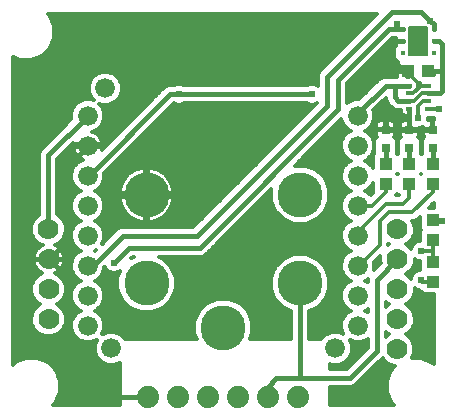
<source format=gtl>
G75*
%MOIN*%
%OFA0B0*%
%FSLAX25Y25*%
%IPPOS*%
%LPD*%
%AMOC8*
5,1,8,0,0,1.08239X$1,22.5*
%
%ADD10C,0.06600*%
%ADD11R,0.04331X0.03937*%
%ADD12C,0.07000*%
%ADD13C,0.15024*%
%ADD14C,0.07400*%
%ADD15R,0.01575X0.01575*%
%ADD16C,0.00500*%
%ADD17R,0.01969X0.01378*%
%ADD18R,0.03150X0.03150*%
%ADD19C,0.01600*%
%ADD20C,0.01200*%
%ADD21C,0.02387*%
D10*
X0031246Y0032771D03*
X0039002Y0025222D03*
X0031246Y0042771D03*
X0031246Y0052771D03*
X0031246Y0062771D03*
X0031246Y0072771D03*
X0031246Y0082771D03*
X0031246Y0092771D03*
X0031246Y0102771D03*
X0037033Y0111836D03*
X0121246Y0102771D03*
X0121246Y0092771D03*
X0121246Y0082771D03*
X0121246Y0072771D03*
X0121246Y0062771D03*
X0121246Y0052771D03*
X0121246Y0042771D03*
X0121246Y0032771D03*
X0113805Y0025222D03*
D11*
X0146285Y0047466D03*
X0146285Y0054159D03*
X0146285Y0061246D03*
X0146285Y0067939D03*
X0146285Y0079946D03*
X0146285Y0086639D03*
X0138411Y0086639D03*
X0138411Y0079946D03*
X0130537Y0079946D03*
X0130537Y0086639D03*
X0138017Y0117742D03*
X0144710Y0117742D03*
D12*
X0134474Y0064868D03*
X0134474Y0054907D03*
X0134474Y0044907D03*
X0134474Y0034868D03*
X0134435Y0024868D03*
X0018175Y0034868D03*
X0018175Y0044907D03*
X0018175Y0054868D03*
X0018135Y0064907D03*
D13*
X0050813Y0076403D03*
X0050813Y0046876D03*
X0076403Y0032112D03*
X0101994Y0046876D03*
X0101994Y0076403D03*
D14*
X0101403Y0009021D03*
X0091403Y0009021D03*
X0081403Y0009021D03*
X0071403Y0009021D03*
X0061403Y0009021D03*
X0051403Y0009021D03*
D15*
X0136246Y0123647D03*
X0136246Y0127584D03*
X0136246Y0131521D03*
X0146482Y0131521D03*
X0146482Y0127584D03*
X0146482Y0123647D03*
D16*
X0144317Y0123798D02*
X0138411Y0123798D01*
X0138411Y0124296D02*
X0144317Y0124296D01*
X0144317Y0124795D02*
X0138411Y0124795D01*
X0138411Y0125293D02*
X0144317Y0125293D01*
X0144317Y0125792D02*
X0138411Y0125792D01*
X0138411Y0126290D02*
X0144317Y0126290D01*
X0144317Y0126789D02*
X0138411Y0126789D01*
X0138411Y0127287D02*
X0144317Y0127287D01*
X0144317Y0127786D02*
X0138411Y0127786D01*
X0138411Y0128284D02*
X0144317Y0128284D01*
X0144317Y0128783D02*
X0138411Y0128783D01*
X0138411Y0129281D02*
X0144317Y0129281D01*
X0144317Y0129780D02*
X0138411Y0129780D01*
X0138411Y0130278D02*
X0144317Y0130278D01*
X0144317Y0130777D02*
X0138411Y0130777D01*
X0138411Y0131275D02*
X0144317Y0131275D01*
X0144317Y0131774D02*
X0138411Y0131774D01*
X0138411Y0132272D02*
X0144317Y0132272D01*
X0144317Y0132309D02*
X0138411Y0132309D01*
X0138411Y0122860D01*
X0144317Y0122860D01*
X0144317Y0132309D01*
X0144317Y0123299D02*
X0138411Y0123299D01*
D17*
X0138214Y0112722D03*
X0138214Y0110163D03*
X0138214Y0107604D03*
X0138214Y0105045D03*
X0144513Y0105045D03*
X0144513Y0107604D03*
X0144513Y0110163D03*
X0144513Y0112722D03*
D18*
X0146285Y0098057D03*
X0146285Y0092151D03*
X0138411Y0092151D03*
X0138411Y0098057D03*
X0130537Y0098057D03*
X0130537Y0092151D03*
D19*
X0130537Y0086639D01*
X0138411Y0086639D02*
X0138411Y0092151D01*
X0138411Y0098057D02*
X0130537Y0098057D01*
X0130537Y0103962D01*
X0129553Y0104946D01*
X0133490Y0108883D02*
X0133490Y0112468D01*
X0133138Y0112820D01*
X0138116Y0112820D01*
X0138214Y0112722D01*
X0138017Y0117742D02*
X0136443Y0117742D01*
X0133490Y0120694D01*
X0131521Y0120694D01*
X0131488Y0120662D01*
X0126561Y0120662D01*
X0131521Y0120694D02*
X0131521Y0124631D01*
X0134474Y0127584D01*
X0136246Y0127584D01*
X0136246Y0131521D02*
X0134474Y0131521D01*
X0134169Y0131521D02*
X0134474Y0131826D01*
X0134169Y0131521D02*
X0131521Y0131521D01*
X0114789Y0114789D01*
X0114789Y0104946D01*
X0068529Y0058687D01*
X0044907Y0058687D01*
X0039986Y0053765D01*
X0033086Y0052771D02*
X0042939Y0062624D01*
X0067545Y0062624D01*
X0110852Y0105931D01*
X0110852Y0115773D01*
X0132506Y0137427D01*
X0142348Y0137427D01*
X0145301Y0134474D01*
X0146482Y0133293D01*
X0146482Y0131521D01*
X0146482Y0127584D02*
X0148254Y0127584D01*
X0149238Y0126600D01*
X0149238Y0117742D01*
X0149238Y0110852D01*
X0148549Y0110163D01*
X0144513Y0110163D01*
X0138214Y0107604D02*
X0134769Y0107604D01*
X0133490Y0108883D01*
X0133138Y0112820D02*
X0130537Y0112820D01*
X0121246Y0103529D01*
X0121246Y0102771D01*
X0121039Y0102978D01*
X0105931Y0109868D02*
X0061639Y0109868D01*
X0058687Y0109868D01*
X0031590Y0082771D01*
X0025222Y0086748D02*
X0031246Y0092771D01*
X0025222Y0086748D02*
X0025222Y0061639D01*
X0018450Y0054868D01*
X0018175Y0054868D01*
X0025222Y0047820D01*
X0025222Y0018332D01*
X0034533Y0009021D01*
X0051403Y0009021D01*
X0091167Y0009257D02*
X0091403Y0009021D01*
X0091167Y0009257D02*
X0091167Y0012427D01*
X0094120Y0015380D01*
X0101994Y0015380D01*
X0101994Y0046876D01*
X0127584Y0048017D02*
X0127584Y0024238D01*
X0118726Y0015380D01*
X0101994Y0015380D01*
X0127584Y0048017D02*
X0134474Y0054907D01*
X0146285Y0086639D02*
X0146285Y0092151D01*
X0146285Y0098057D02*
X0138411Y0098057D01*
X0138411Y0104848D01*
X0138214Y0105045D01*
X0146146Y0116618D02*
X0145022Y0117742D01*
X0144710Y0117742D01*
X0145301Y0117742D02*
X0149238Y0117742D01*
X0146146Y0116618D02*
X0145301Y0117742D01*
X0033086Y0052771D02*
X0031246Y0052771D01*
X0018135Y0064907D02*
X0018135Y0089661D01*
X0031246Y0102771D01*
D20*
X0020529Y0007196D02*
X0019533Y0006200D01*
X0041954Y0006200D01*
X0041954Y0020492D01*
X0040096Y0019722D01*
X0037908Y0019722D01*
X0035886Y0020559D01*
X0034339Y0022107D01*
X0033502Y0024128D01*
X0033502Y0026316D01*
X0034220Y0028050D01*
X0032340Y0027271D01*
X0030152Y0027271D01*
X0028130Y0028109D01*
X0026583Y0029656D01*
X0025746Y0031677D01*
X0025746Y0033865D01*
X0026583Y0035887D01*
X0028130Y0037434D01*
X0028945Y0037771D01*
X0028130Y0038109D01*
X0026583Y0039656D01*
X0025746Y0041677D01*
X0025746Y0043865D01*
X0026583Y0045887D01*
X0028130Y0047434D01*
X0028945Y0047771D01*
X0028130Y0048109D01*
X0026583Y0049656D01*
X0025746Y0051677D01*
X0025746Y0053865D01*
X0026583Y0055887D01*
X0028130Y0057434D01*
X0028945Y0057771D01*
X0028130Y0058109D01*
X0026583Y0059656D01*
X0025746Y0061677D01*
X0025746Y0063865D01*
X0026583Y0065887D01*
X0028130Y0067434D01*
X0028945Y0067771D01*
X0028130Y0068109D01*
X0026583Y0069656D01*
X0025746Y0071677D01*
X0025746Y0073865D01*
X0026583Y0075887D01*
X0028130Y0077434D01*
X0028945Y0077771D01*
X0028130Y0078109D01*
X0026583Y0079656D01*
X0025746Y0081677D01*
X0025746Y0083865D01*
X0026583Y0085887D01*
X0028130Y0087434D01*
X0029750Y0088105D01*
X0029365Y0088230D01*
X0028677Y0088580D01*
X0028054Y0089034D01*
X0027508Y0089579D01*
X0027055Y0090203D01*
X0026705Y0090890D01*
X0026466Y0091624D01*
X0026348Y0092371D01*
X0030846Y0092371D01*
X0030846Y0093171D01*
X0026348Y0093171D01*
X0026434Y0093717D01*
X0021135Y0088418D01*
X0021135Y0069834D01*
X0021364Y0069739D01*
X0022968Y0068136D01*
X0023835Y0066041D01*
X0023835Y0063773D01*
X0022968Y0061678D01*
X0021364Y0060075D01*
X0020164Y0059578D01*
X0020848Y0059230D01*
X0021497Y0058758D01*
X0022065Y0058190D01*
X0022537Y0057541D01*
X0022901Y0056825D01*
X0023149Y0056062D01*
X0023275Y0055269D01*
X0023275Y0055154D01*
X0018461Y0055154D01*
X0018461Y0054582D01*
X0023275Y0054582D01*
X0023275Y0054466D01*
X0023149Y0053673D01*
X0022901Y0052910D01*
X0022537Y0052195D01*
X0022065Y0051545D01*
X0021497Y0050978D01*
X0020848Y0050506D01*
X0020267Y0050210D01*
X0021404Y0049739D01*
X0023007Y0048136D01*
X0023875Y0046041D01*
X0023875Y0043773D01*
X0023007Y0041678D01*
X0021404Y0040075D01*
X0020951Y0039887D01*
X0021404Y0039700D01*
X0023007Y0038097D01*
X0023875Y0036002D01*
X0023875Y0033734D01*
X0023007Y0031639D01*
X0021404Y0030035D01*
X0019309Y0029168D01*
X0017041Y0029168D01*
X0014946Y0030035D01*
X0013343Y0031639D01*
X0012475Y0033734D01*
X0012475Y0036002D01*
X0013343Y0038097D01*
X0014946Y0039700D01*
X0015399Y0039887D01*
X0014946Y0040075D01*
X0013343Y0041678D01*
X0012475Y0043773D01*
X0012475Y0046041D01*
X0013343Y0048136D01*
X0014946Y0049739D01*
X0016082Y0050210D01*
X0015502Y0050506D01*
X0014852Y0050978D01*
X0014285Y0051545D01*
X0013813Y0052195D01*
X0013448Y0052910D01*
X0013200Y0053673D01*
X0013075Y0054466D01*
X0013075Y0054582D01*
X0017889Y0054582D01*
X0017889Y0055154D01*
X0013075Y0055154D01*
X0013075Y0055269D01*
X0013200Y0056062D01*
X0013448Y0056825D01*
X0013813Y0057541D01*
X0014285Y0058190D01*
X0014852Y0058758D01*
X0015502Y0059230D01*
X0016150Y0059560D01*
X0014907Y0060075D01*
X0013303Y0061678D01*
X0012435Y0063773D01*
X0012435Y0066041D01*
X0013303Y0068136D01*
X0014907Y0069739D01*
X0015135Y0069834D01*
X0015135Y0090258D01*
X0015592Y0091360D01*
X0025794Y0101562D01*
X0025746Y0101677D01*
X0025746Y0103865D01*
X0026583Y0105887D01*
X0028130Y0107434D01*
X0030152Y0108271D01*
X0032340Y0108271D01*
X0033159Y0107932D01*
X0032370Y0108721D01*
X0031533Y0110742D01*
X0031533Y0112930D01*
X0032370Y0114952D01*
X0033918Y0116499D01*
X0035939Y0117336D01*
X0038127Y0117336D01*
X0040149Y0116499D01*
X0041696Y0114952D01*
X0042533Y0112930D01*
X0042533Y0110742D01*
X0041696Y0108721D01*
X0040149Y0107174D01*
X0038127Y0106336D01*
X0035939Y0106336D01*
X0035119Y0106676D01*
X0035908Y0105887D01*
X0036746Y0103865D01*
X0036746Y0101677D01*
X0035908Y0099656D01*
X0034361Y0098109D01*
X0032741Y0097438D01*
X0033127Y0097312D01*
X0033814Y0096962D01*
X0034438Y0096509D01*
X0034983Y0095963D01*
X0035437Y0095339D01*
X0035787Y0094652D01*
X0036025Y0093919D01*
X0036143Y0093171D01*
X0031646Y0093171D01*
X0031646Y0092371D01*
X0036143Y0092371D01*
X0036025Y0091624D01*
X0035941Y0091364D01*
X0056143Y0111567D01*
X0056143Y0111567D01*
X0056987Y0112411D01*
X0058090Y0112868D01*
X0060014Y0112868D01*
X0060964Y0113261D01*
X0062314Y0113261D01*
X0063265Y0112868D01*
X0104305Y0112868D01*
X0105256Y0113261D01*
X0106606Y0113261D01*
X0107852Y0112745D01*
X0107852Y0116370D01*
X0108309Y0117473D01*
X0127600Y0136764D01*
X0017895Y0136764D01*
X0018579Y0136080D01*
X0020028Y0132580D01*
X0020028Y0128793D01*
X0018579Y0125293D01*
X0015901Y0122615D01*
X0012401Y0121165D01*
X0008613Y0121165D01*
X0006200Y0122165D01*
X0006200Y0019797D01*
X0007064Y0020661D01*
X0010564Y0022111D01*
X0014351Y0022111D01*
X0017851Y0020661D01*
X0020529Y0017983D01*
X0021979Y0014483D01*
X0021979Y0010695D01*
X0020529Y0007196D01*
X0020599Y0007365D02*
X0041954Y0007365D01*
X0041954Y0008563D02*
X0021096Y0008563D01*
X0021592Y0009762D02*
X0041954Y0009762D01*
X0041954Y0010960D02*
X0021979Y0010960D01*
X0021979Y0012159D02*
X0041954Y0012159D01*
X0041954Y0013358D02*
X0021979Y0013358D01*
X0021949Y0014556D02*
X0041954Y0014556D01*
X0041954Y0015755D02*
X0021452Y0015755D01*
X0020956Y0016953D02*
X0041954Y0016953D01*
X0041954Y0018152D02*
X0020360Y0018152D01*
X0019162Y0019350D02*
X0041954Y0019350D01*
X0035912Y0020549D02*
X0017963Y0020549D01*
X0015229Y0021747D02*
X0034698Y0021747D01*
X0033991Y0022946D02*
X0006200Y0022946D01*
X0006200Y0024144D02*
X0033502Y0024144D01*
X0033502Y0025343D02*
X0006200Y0025343D01*
X0006200Y0026541D02*
X0033595Y0026541D01*
X0033470Y0027740D02*
X0034091Y0027740D01*
X0036027Y0029943D02*
X0036746Y0031677D01*
X0036746Y0033865D01*
X0035908Y0035887D01*
X0034361Y0037434D01*
X0033547Y0037771D01*
X0034361Y0038109D01*
X0035908Y0039656D01*
X0036746Y0041677D01*
X0036746Y0043865D01*
X0035908Y0045887D01*
X0034361Y0047434D01*
X0033547Y0047771D01*
X0034361Y0048109D01*
X0035908Y0049656D01*
X0036746Y0051677D01*
X0036746Y0052188D01*
X0036901Y0052344D01*
X0037109Y0051843D01*
X0038063Y0050888D01*
X0039311Y0050372D01*
X0040661Y0050372D01*
X0041908Y0050888D01*
X0042001Y0050981D01*
X0041101Y0048807D01*
X0041101Y0044944D01*
X0042579Y0041374D01*
X0045311Y0038642D01*
X0048881Y0037164D01*
X0052744Y0037164D01*
X0056314Y0038642D01*
X0059046Y0041374D01*
X0060524Y0044944D01*
X0060524Y0048807D01*
X0059046Y0052377D01*
X0056314Y0055109D01*
X0054919Y0055687D01*
X0069126Y0055687D01*
X0070228Y0056143D01*
X0092282Y0078197D01*
X0092282Y0074471D01*
X0093760Y0070902D01*
X0096492Y0068170D01*
X0100062Y0066691D01*
X0103925Y0066691D01*
X0107495Y0068170D01*
X0110227Y0070902D01*
X0111705Y0074471D01*
X0111705Y0078335D01*
X0110227Y0081904D01*
X0107495Y0084636D01*
X0103925Y0086115D01*
X0100200Y0086115D01*
X0115751Y0101665D01*
X0116583Y0099656D01*
X0118130Y0098109D01*
X0118945Y0097771D01*
X0118130Y0097434D01*
X0116583Y0095887D01*
X0115746Y0093865D01*
X0115746Y0091677D01*
X0116583Y0089656D01*
X0118130Y0088109D01*
X0118945Y0087771D01*
X0118130Y0087434D01*
X0116583Y0085887D01*
X0115746Y0083865D01*
X0115746Y0081677D01*
X0116583Y0079656D01*
X0118130Y0078109D01*
X0118945Y0077771D01*
X0118130Y0077434D01*
X0116583Y0075887D01*
X0115746Y0073865D01*
X0115746Y0071677D01*
X0116583Y0069656D01*
X0118130Y0068109D01*
X0118945Y0067771D01*
X0118130Y0067434D01*
X0116583Y0065887D01*
X0115746Y0063865D01*
X0115746Y0061677D01*
X0116583Y0059656D01*
X0118130Y0058109D01*
X0118945Y0057771D01*
X0118130Y0057434D01*
X0116583Y0055887D01*
X0115746Y0053865D01*
X0115746Y0051677D01*
X0116583Y0049656D01*
X0118130Y0048109D01*
X0118945Y0047771D01*
X0118130Y0047434D01*
X0116583Y0045887D01*
X0115746Y0043865D01*
X0115746Y0041677D01*
X0116583Y0039656D01*
X0118130Y0038109D01*
X0118945Y0037771D01*
X0118130Y0037434D01*
X0116583Y0035887D01*
X0115746Y0033865D01*
X0115746Y0031677D01*
X0116399Y0030101D01*
X0114899Y0030722D01*
X0112711Y0030722D01*
X0110689Y0029885D01*
X0109142Y0028338D01*
X0109075Y0028175D01*
X0104994Y0028175D01*
X0104994Y0037606D01*
X0107495Y0038642D01*
X0110227Y0041374D01*
X0111705Y0044944D01*
X0111705Y0048807D01*
X0110227Y0052377D01*
X0107495Y0055109D01*
X0103925Y0056587D01*
X0100062Y0056587D01*
X0096492Y0055109D01*
X0093760Y0052377D01*
X0092282Y0048807D01*
X0092282Y0044944D01*
X0093760Y0041374D01*
X0096492Y0038642D01*
X0098994Y0037606D01*
X0098994Y0028175D01*
X0085284Y0028175D01*
X0086115Y0030180D01*
X0086115Y0034044D01*
X0084636Y0037613D01*
X0081904Y0040345D01*
X0078335Y0041824D01*
X0074471Y0041824D01*
X0070902Y0040345D01*
X0068170Y0037613D01*
X0066691Y0034044D01*
X0066691Y0030180D01*
X0067522Y0028175D01*
X0043732Y0028175D01*
X0043664Y0028338D01*
X0042117Y0029885D01*
X0040096Y0030722D01*
X0037908Y0030722D01*
X0036027Y0029943D01*
X0036108Y0030137D02*
X0036494Y0030137D01*
X0036604Y0031335D02*
X0066691Y0031335D01*
X0066709Y0030137D02*
X0041509Y0030137D01*
X0043064Y0028938D02*
X0067206Y0028938D01*
X0066691Y0032534D02*
X0036746Y0032534D01*
X0036746Y0033732D02*
X0066691Y0033732D01*
X0067059Y0034931D02*
X0036304Y0034931D01*
X0035666Y0036129D02*
X0067555Y0036129D01*
X0068052Y0037328D02*
X0053140Y0037328D01*
X0056034Y0038526D02*
X0069083Y0038526D01*
X0070282Y0039725D02*
X0057396Y0039725D01*
X0058595Y0040923D02*
X0072298Y0040923D01*
X0080509Y0040923D02*
X0094211Y0040923D01*
X0093451Y0042122D02*
X0059355Y0042122D01*
X0059852Y0043320D02*
X0092954Y0043320D01*
X0092458Y0044519D02*
X0060348Y0044519D01*
X0060524Y0045717D02*
X0092282Y0045717D01*
X0092282Y0046916D02*
X0060524Y0046916D01*
X0060524Y0048114D02*
X0092282Y0048114D01*
X0092491Y0049313D02*
X0060315Y0049313D01*
X0059819Y0050511D02*
X0092988Y0050511D01*
X0093484Y0051710D02*
X0059322Y0051710D01*
X0058514Y0052908D02*
X0094292Y0052908D01*
X0095490Y0054107D02*
X0057316Y0054107D01*
X0055839Y0055305D02*
X0096967Y0055305D01*
X0099860Y0056504D02*
X0070589Y0056504D01*
X0071788Y0057702D02*
X0118778Y0057702D01*
X0117338Y0058901D02*
X0072986Y0058901D01*
X0074185Y0060099D02*
X0116399Y0060099D01*
X0115903Y0061298D02*
X0075383Y0061298D01*
X0076582Y0062496D02*
X0115746Y0062496D01*
X0115746Y0063695D02*
X0077780Y0063695D01*
X0078979Y0064893D02*
X0116172Y0064893D01*
X0116788Y0066092D02*
X0080177Y0066092D01*
X0081376Y0067291D02*
X0098615Y0067291D01*
X0096173Y0068489D02*
X0082574Y0068489D01*
X0083773Y0069688D02*
X0094975Y0069688D01*
X0093776Y0070886D02*
X0084971Y0070886D01*
X0086170Y0072085D02*
X0093271Y0072085D01*
X0092774Y0073283D02*
X0087368Y0073283D01*
X0088567Y0074482D02*
X0092282Y0074482D01*
X0092282Y0075680D02*
X0089765Y0075680D01*
X0090964Y0076879D02*
X0092282Y0076879D01*
X0092282Y0078077D02*
X0092162Y0078077D01*
X0085947Y0085268D02*
X0052933Y0085268D01*
X0052594Y0085359D02*
X0051413Y0085515D01*
X0051413Y0077003D01*
X0059924Y0077003D01*
X0059768Y0078185D01*
X0059459Y0079338D01*
X0059002Y0080442D01*
X0058405Y0081476D01*
X0057678Y0082424D01*
X0056833Y0083268D01*
X0055886Y0083996D01*
X0054851Y0084593D01*
X0053748Y0085050D01*
X0052594Y0085359D01*
X0051413Y0085268D02*
X0050213Y0085268D01*
X0050213Y0085515D02*
X0049031Y0085359D01*
X0047877Y0085050D01*
X0046774Y0084593D01*
X0045739Y0083996D01*
X0044792Y0083268D01*
X0043947Y0082424D01*
X0043220Y0081476D01*
X0042623Y0080442D01*
X0042166Y0079338D01*
X0041857Y0078185D01*
X0041701Y0077003D01*
X0050213Y0077003D01*
X0050213Y0085515D01*
X0050213Y0084070D02*
X0051413Y0084070D01*
X0051413Y0082871D02*
X0050213Y0082871D01*
X0050213Y0081673D02*
X0051413Y0081673D01*
X0051413Y0080474D02*
X0050213Y0080474D01*
X0050213Y0079276D02*
X0051413Y0079276D01*
X0051413Y0078077D02*
X0050213Y0078077D01*
X0050213Y0077003D02*
X0051413Y0077003D01*
X0051413Y0075803D01*
X0059924Y0075803D01*
X0059768Y0074622D01*
X0059459Y0073468D01*
X0059002Y0072364D01*
X0058405Y0071330D01*
X0057678Y0070382D01*
X0056833Y0069538D01*
X0055886Y0068811D01*
X0054851Y0068213D01*
X0053748Y0067756D01*
X0052594Y0067447D01*
X0051413Y0067292D01*
X0051413Y0075803D01*
X0050213Y0075803D01*
X0050213Y0067292D01*
X0049031Y0067447D01*
X0047877Y0067756D01*
X0046774Y0068213D01*
X0045739Y0068811D01*
X0044792Y0069538D01*
X0043947Y0070382D01*
X0043220Y0071330D01*
X0042623Y0072364D01*
X0042166Y0073468D01*
X0041857Y0074622D01*
X0041701Y0075803D01*
X0050213Y0075803D01*
X0050213Y0077003D01*
X0050213Y0076879D02*
X0034916Y0076879D01*
X0034361Y0077434D02*
X0035908Y0075887D01*
X0036746Y0073865D01*
X0036746Y0071677D01*
X0035908Y0069656D01*
X0034361Y0068109D01*
X0033547Y0067771D01*
X0034361Y0067434D01*
X0035908Y0065887D01*
X0036746Y0063865D01*
X0036746Y0061677D01*
X0036036Y0059963D01*
X0040395Y0064323D01*
X0041239Y0065167D01*
X0042342Y0065624D01*
X0066302Y0065624D01*
X0107539Y0106861D01*
X0106606Y0106474D01*
X0105256Y0106474D01*
X0104305Y0106868D01*
X0063265Y0106868D01*
X0062314Y0106474D01*
X0060964Y0106474D01*
X0060014Y0106868D01*
X0059929Y0106868D01*
X0036746Y0083684D01*
X0036746Y0081677D01*
X0035908Y0079656D01*
X0034361Y0078109D01*
X0033547Y0077771D01*
X0034361Y0077434D01*
X0034285Y0078077D02*
X0041843Y0078077D01*
X0042149Y0079276D02*
X0035528Y0079276D01*
X0036247Y0080474D02*
X0042642Y0080474D01*
X0043371Y0081673D02*
X0036744Y0081673D01*
X0036746Y0082871D02*
X0044395Y0082871D01*
X0045868Y0084070D02*
X0037131Y0084070D01*
X0038330Y0085268D02*
X0048692Y0085268D01*
X0043124Y0090062D02*
X0090741Y0090062D01*
X0089542Y0088864D02*
X0041925Y0088864D01*
X0040727Y0087665D02*
X0088344Y0087665D01*
X0087145Y0086467D02*
X0039528Y0086467D01*
X0037036Y0092459D02*
X0031646Y0092459D01*
X0030846Y0092459D02*
X0025176Y0092459D01*
X0023978Y0091261D02*
X0026584Y0091261D01*
X0027157Y0090062D02*
X0022779Y0090062D01*
X0021581Y0088864D02*
X0028288Y0088864D01*
X0028689Y0087665D02*
X0021135Y0087665D01*
X0021135Y0086467D02*
X0027163Y0086467D01*
X0026327Y0085268D02*
X0021135Y0085268D01*
X0021135Y0084070D02*
X0025830Y0084070D01*
X0025746Y0082871D02*
X0021135Y0082871D01*
X0021135Y0081673D02*
X0025748Y0081673D01*
X0026244Y0080474D02*
X0021135Y0080474D01*
X0021135Y0079276D02*
X0026963Y0079276D01*
X0028206Y0078077D02*
X0021135Y0078077D01*
X0021135Y0076879D02*
X0027575Y0076879D01*
X0026497Y0075680D02*
X0021135Y0075680D01*
X0021135Y0074482D02*
X0026001Y0074482D01*
X0025746Y0073283D02*
X0021135Y0073283D01*
X0021135Y0072085D02*
X0025746Y0072085D01*
X0026073Y0070886D02*
X0021135Y0070886D01*
X0021416Y0069688D02*
X0026570Y0069688D01*
X0027750Y0068489D02*
X0022615Y0068489D01*
X0023318Y0067291D02*
X0027987Y0067291D01*
X0026788Y0066092D02*
X0023814Y0066092D01*
X0023835Y0064893D02*
X0026172Y0064893D01*
X0025746Y0063695D02*
X0023803Y0063695D01*
X0023307Y0062496D02*
X0025746Y0062496D01*
X0025903Y0061298D02*
X0022587Y0061298D01*
X0021389Y0060099D02*
X0026399Y0060099D01*
X0027338Y0058901D02*
X0021300Y0058901D01*
X0022419Y0057702D02*
X0028778Y0057702D01*
X0027200Y0056504D02*
X0023006Y0056504D01*
X0023269Y0055305D02*
X0026342Y0055305D01*
X0025846Y0054107D02*
X0023218Y0054107D01*
X0022900Y0052908D02*
X0025746Y0052908D01*
X0025746Y0051710D02*
X0022184Y0051710D01*
X0020855Y0050511D02*
X0026229Y0050511D01*
X0026926Y0049313D02*
X0021830Y0049313D01*
X0023016Y0048114D02*
X0028124Y0048114D01*
X0027612Y0046916D02*
X0023512Y0046916D01*
X0023875Y0045717D02*
X0026513Y0045717D01*
X0026016Y0044519D02*
X0023875Y0044519D01*
X0023687Y0043320D02*
X0025746Y0043320D01*
X0025746Y0042122D02*
X0023191Y0042122D01*
X0022252Y0040923D02*
X0026058Y0040923D01*
X0026554Y0039725D02*
X0021344Y0039725D01*
X0022577Y0038526D02*
X0027713Y0038526D01*
X0028024Y0037328D02*
X0023325Y0037328D01*
X0023822Y0036129D02*
X0026825Y0036129D01*
X0026187Y0034931D02*
X0023875Y0034931D01*
X0023874Y0033732D02*
X0025746Y0033732D01*
X0025746Y0032534D02*
X0023378Y0032534D01*
X0022703Y0031335D02*
X0025887Y0031335D01*
X0026384Y0030137D02*
X0021505Y0030137D01*
X0027301Y0028938D02*
X0006200Y0028938D01*
X0006200Y0027740D02*
X0029021Y0027740D01*
X0034467Y0037328D02*
X0048485Y0037328D01*
X0045591Y0038526D02*
X0034779Y0038526D01*
X0035937Y0039725D02*
X0044229Y0039725D01*
X0043030Y0040923D02*
X0036433Y0040923D01*
X0036746Y0042122D02*
X0042270Y0042122D01*
X0041773Y0043320D02*
X0036746Y0043320D01*
X0036475Y0044519D02*
X0041277Y0044519D01*
X0041101Y0045717D02*
X0035979Y0045717D01*
X0034879Y0046916D02*
X0041101Y0046916D01*
X0041101Y0048114D02*
X0034367Y0048114D01*
X0035565Y0049313D02*
X0041310Y0049313D01*
X0040998Y0050511D02*
X0041807Y0050511D01*
X0038973Y0050511D02*
X0036263Y0050511D01*
X0036746Y0051710D02*
X0037242Y0051710D01*
X0033757Y0057684D02*
X0033547Y0057771D01*
X0034053Y0057981D01*
X0033757Y0057684D01*
X0033775Y0057702D02*
X0033713Y0057702D01*
X0036092Y0060099D02*
X0036172Y0060099D01*
X0036589Y0061298D02*
X0037370Y0061298D01*
X0036746Y0062496D02*
X0038569Y0062496D01*
X0039767Y0063695D02*
X0036746Y0063695D01*
X0036320Y0064893D02*
X0040966Y0064893D01*
X0035703Y0066092D02*
X0066771Y0066092D01*
X0067969Y0067291D02*
X0034505Y0067291D01*
X0034742Y0068489D02*
X0046297Y0068489D01*
X0044642Y0069688D02*
X0035921Y0069688D01*
X0036418Y0070886D02*
X0043561Y0070886D01*
X0042785Y0072085D02*
X0036746Y0072085D01*
X0036746Y0073283D02*
X0042242Y0073283D01*
X0041894Y0074482D02*
X0036490Y0074482D01*
X0035994Y0075680D02*
X0041717Y0075680D01*
X0050213Y0075680D02*
X0051413Y0075680D01*
X0051413Y0074482D02*
X0050213Y0074482D01*
X0050213Y0073283D02*
X0051413Y0073283D01*
X0051413Y0072085D02*
X0050213Y0072085D01*
X0050213Y0070886D02*
X0051413Y0070886D01*
X0051413Y0069688D02*
X0050213Y0069688D01*
X0050213Y0068489D02*
X0051413Y0068489D01*
X0055329Y0068489D02*
X0069168Y0068489D01*
X0070366Y0069688D02*
X0056983Y0069688D01*
X0058064Y0070886D02*
X0071565Y0070886D01*
X0072763Y0072085D02*
X0058841Y0072085D01*
X0059383Y0073283D02*
X0073962Y0073283D01*
X0075160Y0074482D02*
X0059731Y0074482D01*
X0059908Y0075680D02*
X0076359Y0075680D01*
X0077557Y0076879D02*
X0051413Y0076879D01*
X0057231Y0082871D02*
X0083550Y0082871D01*
X0084748Y0084070D02*
X0055757Y0084070D01*
X0058254Y0081673D02*
X0082351Y0081673D01*
X0081153Y0080474D02*
X0058984Y0080474D01*
X0059476Y0079276D02*
X0079954Y0079276D01*
X0078756Y0078077D02*
X0059783Y0078077D01*
X0044322Y0091261D02*
X0091939Y0091261D01*
X0093138Y0092459D02*
X0045521Y0092459D01*
X0046719Y0093658D02*
X0094336Y0093658D01*
X0095535Y0094856D02*
X0047918Y0094856D01*
X0049116Y0096055D02*
X0096733Y0096055D01*
X0097932Y0097253D02*
X0050315Y0097253D01*
X0051513Y0098452D02*
X0099130Y0098452D01*
X0100329Y0099650D02*
X0052712Y0099650D01*
X0053910Y0100849D02*
X0101527Y0100849D01*
X0102726Y0102047D02*
X0055109Y0102047D01*
X0056307Y0103246D02*
X0103924Y0103246D01*
X0105123Y0104444D02*
X0057506Y0104444D01*
X0058704Y0105643D02*
X0106322Y0105643D01*
X0107493Y0106841D02*
X0107520Y0106841D01*
X0104369Y0106841D02*
X0063201Y0106841D01*
X0060077Y0106841D02*
X0059903Y0106841D01*
X0056212Y0111635D02*
X0042533Y0111635D01*
X0042533Y0112834D02*
X0058008Y0112834D01*
X0055013Y0110437D02*
X0042407Y0110437D01*
X0041910Y0109238D02*
X0053815Y0109238D01*
X0052616Y0108040D02*
X0041015Y0108040D01*
X0039347Y0106841D02*
X0051418Y0106841D01*
X0050219Y0105643D02*
X0036009Y0105643D01*
X0036506Y0104444D02*
X0049021Y0104444D01*
X0047822Y0103246D02*
X0036746Y0103246D01*
X0036746Y0102047D02*
X0046624Y0102047D01*
X0045425Y0100849D02*
X0036403Y0100849D01*
X0035903Y0099650D02*
X0044227Y0099650D01*
X0043028Y0098452D02*
X0034704Y0098452D01*
X0033242Y0097253D02*
X0041830Y0097253D01*
X0040631Y0096055D02*
X0034892Y0096055D01*
X0035683Y0094856D02*
X0039433Y0094856D01*
X0038234Y0093658D02*
X0036066Y0093658D01*
X0026425Y0093658D02*
X0026375Y0093658D01*
X0022684Y0098452D02*
X0006200Y0098452D01*
X0006200Y0099650D02*
X0023882Y0099650D01*
X0025081Y0100849D02*
X0006200Y0100849D01*
X0006200Y0102047D02*
X0025746Y0102047D01*
X0025746Y0103246D02*
X0006200Y0103246D01*
X0006200Y0104444D02*
X0025986Y0104444D01*
X0026482Y0105643D02*
X0006200Y0105643D01*
X0006200Y0106841D02*
X0027538Y0106841D01*
X0029593Y0108040D02*
X0006200Y0108040D01*
X0006200Y0109238D02*
X0032156Y0109238D01*
X0031660Y0110437D02*
X0006200Y0110437D01*
X0006200Y0111635D02*
X0031533Y0111635D01*
X0031533Y0112834D02*
X0006200Y0112834D01*
X0006200Y0114032D02*
X0031990Y0114032D01*
X0032650Y0115231D02*
X0006200Y0115231D01*
X0006200Y0116429D02*
X0033848Y0116429D01*
X0040218Y0116429D02*
X0107877Y0116429D01*
X0107852Y0115231D02*
X0041416Y0115231D01*
X0042077Y0114032D02*
X0107852Y0114032D01*
X0107852Y0112834D02*
X0107638Y0112834D01*
X0108464Y0117628D02*
X0006200Y0117628D01*
X0006200Y0118827D02*
X0109663Y0118827D01*
X0110861Y0120025D02*
X0006200Y0120025D01*
X0006200Y0121224D02*
X0008472Y0121224D01*
X0012542Y0121224D02*
X0112060Y0121224D01*
X0113258Y0122422D02*
X0015435Y0122422D01*
X0016906Y0123621D02*
X0114457Y0123621D01*
X0115655Y0124819D02*
X0018105Y0124819D01*
X0018879Y0126018D02*
X0116854Y0126018D01*
X0118052Y0127216D02*
X0019375Y0127216D01*
X0019872Y0128415D02*
X0119251Y0128415D01*
X0120449Y0129613D02*
X0020028Y0129613D01*
X0020028Y0130812D02*
X0121648Y0130812D01*
X0122846Y0132010D02*
X0020028Y0132010D01*
X0019768Y0133209D02*
X0124045Y0133209D01*
X0125243Y0134407D02*
X0019272Y0134407D01*
X0018775Y0135606D02*
X0126442Y0135606D01*
X0132764Y0128521D02*
X0133858Y0128521D01*
X0133858Y0127584D01*
X0133858Y0126586D01*
X0133967Y0126179D01*
X0134013Y0126100D01*
X0133258Y0125346D01*
X0133258Y0121949D01*
X0134547Y0120660D01*
X0134553Y0120660D01*
X0134361Y0120328D01*
X0134252Y0119921D01*
X0134252Y0118126D01*
X0137633Y0118126D01*
X0137633Y0117357D01*
X0137633Y0115820D01*
X0138402Y0115820D01*
X0138402Y0117357D01*
X0137633Y0117357D01*
X0134252Y0117357D01*
X0134252Y0115820D01*
X0129940Y0115820D01*
X0128838Y0115364D01*
X0127994Y0114520D01*
X0121745Y0108271D01*
X0120152Y0108271D01*
X0118130Y0107434D01*
X0117789Y0107093D01*
X0117789Y0113546D01*
X0132764Y0128521D01*
X0132657Y0128415D02*
X0133858Y0128415D01*
X0133858Y0127584D02*
X0135961Y0127584D01*
X0133858Y0127584D01*
X0133858Y0127216D02*
X0131459Y0127216D01*
X0130260Y0126018D02*
X0133930Y0126018D01*
X0133258Y0124819D02*
X0129062Y0124819D01*
X0127863Y0123621D02*
X0133258Y0123621D01*
X0133258Y0122422D02*
X0126665Y0122422D01*
X0125466Y0121224D02*
X0133983Y0121224D01*
X0134280Y0120025D02*
X0124268Y0120025D01*
X0123069Y0118827D02*
X0134252Y0118827D01*
X0134252Y0116429D02*
X0120672Y0116429D01*
X0119474Y0115231D02*
X0128705Y0115231D01*
X0127506Y0114032D02*
X0118275Y0114032D01*
X0117789Y0112834D02*
X0126308Y0112834D01*
X0125109Y0111635D02*
X0117789Y0111635D01*
X0117789Y0110437D02*
X0123911Y0110437D01*
X0122712Y0109238D02*
X0117789Y0109238D01*
X0117789Y0108040D02*
X0119593Y0108040D01*
X0126476Y0104517D02*
X0130490Y0108531D01*
X0130490Y0108287D01*
X0130946Y0107184D01*
X0131790Y0106340D01*
X0133070Y0105061D01*
X0134173Y0104604D01*
X0135630Y0104604D01*
X0135630Y0104145D01*
X0135739Y0103738D01*
X0135950Y0103373D01*
X0136247Y0103076D01*
X0136612Y0102865D01*
X0137019Y0102756D01*
X0138006Y0102756D01*
X0137970Y0102669D01*
X0137970Y0101319D01*
X0138006Y0101231D01*
X0136626Y0101231D01*
X0136219Y0101122D01*
X0135854Y0100912D01*
X0135556Y0100614D01*
X0135345Y0100249D01*
X0135236Y0099842D01*
X0135236Y0098244D01*
X0138224Y0098244D01*
X0138224Y0097869D01*
X0135236Y0097869D01*
X0135236Y0096271D01*
X0135345Y0095864D01*
X0135535Y0095536D01*
X0134636Y0094637D01*
X0134636Y0090110D01*
X0134474Y0089947D01*
X0134312Y0090110D01*
X0134312Y0094637D01*
X0133413Y0095536D01*
X0133603Y0095864D01*
X0133712Y0096271D01*
X0133712Y0097869D01*
X0130724Y0097869D01*
X0130724Y0098244D01*
X0130350Y0098244D01*
X0130350Y0101231D01*
X0128752Y0101231D01*
X0128345Y0101122D01*
X0127980Y0100912D01*
X0127682Y0100614D01*
X0127471Y0100249D01*
X0127362Y0099842D01*
X0127362Y0098244D01*
X0130350Y0098244D01*
X0130350Y0097869D01*
X0127362Y0097869D01*
X0127362Y0096271D01*
X0127471Y0095864D01*
X0127661Y0095536D01*
X0126762Y0094637D01*
X0126762Y0090110D01*
X0126172Y0089519D01*
X0126172Y0085251D01*
X0125908Y0085887D01*
X0124361Y0087434D01*
X0123547Y0087771D01*
X0124361Y0088109D01*
X0125908Y0089656D01*
X0126746Y0091677D01*
X0126746Y0093865D01*
X0125908Y0095887D01*
X0124361Y0097434D01*
X0123547Y0097771D01*
X0124361Y0098109D01*
X0125908Y0099656D01*
X0126746Y0101677D01*
X0126746Y0103865D01*
X0126476Y0104517D01*
X0126506Y0104444D02*
X0135630Y0104444D01*
X0136077Y0103246D02*
X0126746Y0103246D01*
X0126746Y0102047D02*
X0137970Y0102047D01*
X0135791Y0100849D02*
X0133157Y0100849D01*
X0133094Y0100912D02*
X0132729Y0101122D01*
X0132322Y0101231D01*
X0130724Y0101231D01*
X0130724Y0098244D01*
X0133712Y0098244D01*
X0133712Y0099842D01*
X0133603Y0100249D01*
X0133392Y0100614D01*
X0133094Y0100912D01*
X0133712Y0099650D02*
X0135236Y0099650D01*
X0135236Y0098452D02*
X0133712Y0098452D01*
X0133712Y0097253D02*
X0135236Y0097253D01*
X0135294Y0096055D02*
X0133654Y0096055D01*
X0134093Y0094856D02*
X0134855Y0094856D01*
X0134636Y0093658D02*
X0134312Y0093658D01*
X0134312Y0092459D02*
X0134636Y0092459D01*
X0134636Y0091261D02*
X0134312Y0091261D01*
X0134359Y0090062D02*
X0134589Y0090062D01*
X0142186Y0090110D02*
X0142186Y0094637D01*
X0141287Y0095536D01*
X0141477Y0095864D01*
X0141586Y0096271D01*
X0141586Y0097869D01*
X0138598Y0097869D01*
X0138598Y0098244D01*
X0141586Y0098244D01*
X0141586Y0098600D01*
X0142039Y0098600D01*
X0143110Y0099044D01*
X0143110Y0098244D01*
X0146098Y0098244D01*
X0146098Y0101231D01*
X0144721Y0101231D01*
X0144757Y0101319D01*
X0144757Y0102146D01*
X0146254Y0102146D01*
X0146331Y0102069D01*
X0146606Y0101955D01*
X0146606Y0101231D01*
X0146472Y0101231D01*
X0146472Y0098244D01*
X0146098Y0098244D01*
X0146098Y0097869D01*
X0143110Y0097869D01*
X0143110Y0096271D01*
X0143219Y0095864D01*
X0143409Y0095536D01*
X0142510Y0094637D01*
X0142510Y0090110D01*
X0142348Y0089947D01*
X0142186Y0090110D01*
X0142233Y0090062D02*
X0142463Y0090062D01*
X0142510Y0091261D02*
X0142186Y0091261D01*
X0142186Y0092459D02*
X0142510Y0092459D01*
X0142510Y0093658D02*
X0142186Y0093658D01*
X0141967Y0094856D02*
X0142729Y0094856D01*
X0143168Y0096055D02*
X0141528Y0096055D01*
X0141586Y0097253D02*
X0143110Y0097253D01*
X0143110Y0098452D02*
X0141586Y0098452D01*
X0141364Y0101994D02*
X0141364Y0105931D01*
X0143037Y0107604D01*
X0144513Y0107604D01*
X0144513Y0110163D02*
X0142643Y0110163D01*
X0140084Y0107604D01*
X0138214Y0107604D01*
X0138214Y0110163D02*
X0139691Y0110163D01*
X0142232Y0112704D01*
X0138017Y0116919D01*
X0138017Y0117742D01*
X0137633Y0117628D02*
X0121871Y0117628D01*
X0129999Y0108040D02*
X0130592Y0108040D01*
X0131289Y0106841D02*
X0128801Y0106841D01*
X0127602Y0105643D02*
X0132488Y0105643D01*
X0130724Y0100849D02*
X0130350Y0100849D01*
X0130350Y0099650D02*
X0130724Y0099650D01*
X0130724Y0098452D02*
X0130350Y0098452D01*
X0127362Y0098452D02*
X0124704Y0098452D01*
X0124542Y0097253D02*
X0127362Y0097253D01*
X0127420Y0096055D02*
X0125740Y0096055D01*
X0126335Y0094856D02*
X0126981Y0094856D01*
X0126762Y0093658D02*
X0126746Y0093658D01*
X0126746Y0092459D02*
X0126762Y0092459D01*
X0126762Y0091261D02*
X0126573Y0091261D01*
X0126715Y0090062D02*
X0126077Y0090062D01*
X0126172Y0088864D02*
X0125116Y0088864D01*
X0126172Y0087665D02*
X0123803Y0087665D01*
X0125328Y0086467D02*
X0126172Y0086467D01*
X0126165Y0085268D02*
X0126172Y0085268D01*
X0126172Y0080291D02*
X0126172Y0077067D01*
X0126214Y0077024D01*
X0125492Y0076303D01*
X0124361Y0077434D01*
X0123547Y0077771D01*
X0124361Y0078109D01*
X0125908Y0079656D01*
X0126172Y0080291D01*
X0126172Y0079276D02*
X0125528Y0079276D01*
X0126172Y0078077D02*
X0124285Y0078077D01*
X0124916Y0076879D02*
X0126068Y0076879D01*
X0125921Y0072771D02*
X0121246Y0072771D01*
X0125921Y0072771D02*
X0130537Y0077387D01*
X0130537Y0079946D01*
X0134086Y0076250D02*
X0134474Y0076638D01*
X0134862Y0076250D01*
X0134086Y0076250D01*
X0136443Y0073450D02*
X0130537Y0073450D01*
X0121246Y0064159D01*
X0121246Y0062771D01*
X0117987Y0067291D02*
X0105372Y0067291D01*
X0107814Y0068489D02*
X0117750Y0068489D01*
X0116570Y0069688D02*
X0109013Y0069688D01*
X0110211Y0070886D02*
X0116073Y0070886D01*
X0115746Y0072085D02*
X0110717Y0072085D01*
X0111213Y0073283D02*
X0115746Y0073283D01*
X0116001Y0074482D02*
X0111705Y0074482D01*
X0111705Y0075680D02*
X0116497Y0075680D01*
X0117575Y0076879D02*
X0111705Y0076879D01*
X0111705Y0078077D02*
X0118206Y0078077D01*
X0116963Y0079276D02*
X0111316Y0079276D01*
X0110819Y0080474D02*
X0116244Y0080474D01*
X0115748Y0081673D02*
X0110323Y0081673D01*
X0109260Y0082871D02*
X0115746Y0082871D01*
X0115830Y0084070D02*
X0108062Y0084070D01*
X0105970Y0085268D02*
X0116327Y0085268D01*
X0117163Y0086467D02*
X0100552Y0086467D01*
X0101750Y0087665D02*
X0118689Y0087665D01*
X0117375Y0088864D02*
X0102949Y0088864D01*
X0104147Y0090062D02*
X0116415Y0090062D01*
X0115918Y0091261D02*
X0105346Y0091261D01*
X0106544Y0092459D02*
X0115746Y0092459D01*
X0115746Y0093658D02*
X0107743Y0093658D01*
X0108941Y0094856D02*
X0116156Y0094856D01*
X0116751Y0096055D02*
X0110140Y0096055D01*
X0111338Y0097253D02*
X0117950Y0097253D01*
X0117787Y0098452D02*
X0112537Y0098452D01*
X0113735Y0099650D02*
X0116588Y0099650D01*
X0116089Y0100849D02*
X0114934Y0100849D01*
X0125903Y0099650D02*
X0127362Y0099650D01*
X0127917Y0100849D02*
X0126403Y0100849D01*
X0141398Y0112678D02*
X0141398Y0113808D01*
X0141634Y0113573D01*
X0141929Y0113573D01*
X0141929Y0112898D01*
X0141398Y0112678D01*
X0141398Y0112834D02*
X0141775Y0112834D01*
X0142232Y0112704D02*
X0142250Y0112722D01*
X0144513Y0112722D01*
X0138402Y0116429D02*
X0137633Y0116429D01*
X0135961Y0127584D02*
X0135961Y0127584D01*
X0134474Y0131521D02*
X0134474Y0131826D01*
X0134474Y0133490D01*
X0145301Y0134474D02*
X0145313Y0134486D01*
X0144513Y0105045D02*
X0144612Y0104946D01*
X0148254Y0104946D01*
X0146384Y0102047D02*
X0144757Y0102047D01*
X0146098Y0100849D02*
X0146472Y0100849D01*
X0146472Y0099650D02*
X0146098Y0099650D01*
X0146098Y0098452D02*
X0146472Y0098452D01*
X0142348Y0083331D02*
X0142310Y0083293D01*
X0142348Y0083255D01*
X0142386Y0083293D01*
X0142348Y0083331D01*
X0146285Y0079946D02*
X0146285Y0077387D01*
X0139395Y0070498D01*
X0131521Y0070498D01*
X0128569Y0067545D01*
X0128569Y0059671D01*
X0121669Y0052771D01*
X0121246Y0052771D01*
X0115746Y0052908D02*
X0109695Y0052908D01*
X0110503Y0051710D02*
X0115746Y0051710D01*
X0116229Y0050511D02*
X0111000Y0050511D01*
X0111496Y0049313D02*
X0116926Y0049313D01*
X0118124Y0048114D02*
X0111705Y0048114D01*
X0111705Y0046916D02*
X0117612Y0046916D01*
X0116513Y0045717D02*
X0111705Y0045717D01*
X0111529Y0044519D02*
X0116016Y0044519D01*
X0115746Y0043320D02*
X0111033Y0043320D01*
X0110537Y0042122D02*
X0115746Y0042122D01*
X0116058Y0040923D02*
X0109776Y0040923D01*
X0108577Y0039725D02*
X0116554Y0039725D01*
X0117713Y0038526D02*
X0107215Y0038526D01*
X0104994Y0037328D02*
X0118024Y0037328D01*
X0116825Y0036129D02*
X0104994Y0036129D01*
X0104994Y0034931D02*
X0116187Y0034931D01*
X0115746Y0033732D02*
X0104994Y0033732D01*
X0104994Y0032534D02*
X0115746Y0032534D01*
X0115887Y0031335D02*
X0104994Y0031335D01*
X0104994Y0030137D02*
X0111298Y0030137D01*
X0109743Y0028938D02*
X0104994Y0028938D01*
X0098994Y0028938D02*
X0085601Y0028938D01*
X0086097Y0030137D02*
X0098994Y0030137D01*
X0098994Y0031335D02*
X0086115Y0031335D01*
X0086115Y0032534D02*
X0098994Y0032534D01*
X0098994Y0033732D02*
X0086115Y0033732D01*
X0085748Y0034931D02*
X0098994Y0034931D01*
X0098994Y0036129D02*
X0085251Y0036129D01*
X0084755Y0037328D02*
X0098994Y0037328D01*
X0096773Y0038526D02*
X0083723Y0038526D01*
X0082525Y0039725D02*
X0095410Y0039725D01*
X0108497Y0054107D02*
X0115846Y0054107D01*
X0116342Y0055305D02*
X0107020Y0055305D01*
X0104127Y0056504D02*
X0117200Y0056504D01*
X0126739Y0053882D02*
X0128774Y0055917D01*
X0128774Y0053773D01*
X0128869Y0053544D01*
X0126565Y0051240D01*
X0126746Y0051677D01*
X0126746Y0053865D01*
X0126739Y0053882D01*
X0126964Y0054107D02*
X0128774Y0054107D01*
X0128774Y0055305D02*
X0128163Y0055305D01*
X0128233Y0052908D02*
X0126746Y0052908D01*
X0126746Y0051710D02*
X0127034Y0051710D01*
X0124584Y0048332D02*
X0124584Y0047211D01*
X0124361Y0047434D01*
X0123547Y0047771D01*
X0124361Y0048109D01*
X0124584Y0048332D01*
X0124584Y0048114D02*
X0124367Y0048114D01*
X0130584Y0040736D02*
X0131245Y0040075D01*
X0131698Y0039887D01*
X0131245Y0039700D01*
X0130584Y0039039D01*
X0130584Y0040736D01*
X0130584Y0039725D02*
X0131305Y0039725D01*
X0137250Y0039887D02*
X0137703Y0040075D01*
X0139306Y0041678D01*
X0140174Y0043773D01*
X0140174Y0045234D01*
X0140426Y0044983D01*
X0141673Y0044466D01*
X0142040Y0044466D01*
X0143208Y0043298D01*
X0146606Y0043298D01*
X0146606Y0019858D01*
X0145804Y0020661D01*
X0142304Y0022111D01*
X0139462Y0022111D01*
X0140135Y0023734D01*
X0140135Y0026002D01*
X0139267Y0028097D01*
X0137663Y0029700D01*
X0137278Y0029860D01*
X0137703Y0030035D01*
X0139306Y0031639D01*
X0140174Y0033734D01*
X0140174Y0036002D01*
X0139306Y0038097D01*
X0137703Y0039700D01*
X0137250Y0039887D01*
X0137643Y0039725D02*
X0146606Y0039725D01*
X0146606Y0040923D02*
X0138551Y0040923D01*
X0139490Y0042122D02*
X0146606Y0042122D01*
X0146606Y0038526D02*
X0138877Y0038526D01*
X0139625Y0037328D02*
X0146606Y0037328D01*
X0146606Y0036129D02*
X0140121Y0036129D01*
X0140174Y0034931D02*
X0146606Y0034931D01*
X0146606Y0033732D02*
X0140173Y0033732D01*
X0139677Y0032534D02*
X0146606Y0032534D01*
X0146606Y0031335D02*
X0139002Y0031335D01*
X0137804Y0030137D02*
X0146606Y0030137D01*
X0146606Y0028938D02*
X0138425Y0028938D01*
X0139415Y0027740D02*
X0146606Y0027740D01*
X0146606Y0026541D02*
X0139911Y0026541D01*
X0140135Y0025343D02*
X0146606Y0025343D01*
X0146606Y0024144D02*
X0140135Y0024144D01*
X0139808Y0022946D02*
X0146606Y0022946D01*
X0146606Y0021747D02*
X0143182Y0021747D01*
X0145916Y0020549D02*
X0146606Y0020549D01*
X0133524Y0019168D02*
X0132339Y0017983D01*
X0130889Y0014483D01*
X0130889Y0010695D01*
X0132339Y0007196D01*
X0133335Y0006200D01*
X0111836Y0006200D01*
X0111836Y0012380D01*
X0119323Y0012380D01*
X0120425Y0012836D01*
X0129284Y0021695D01*
X0129493Y0021904D01*
X0129602Y0021639D01*
X0131206Y0020035D01*
X0133301Y0019168D01*
X0133524Y0019168D01*
X0132861Y0019350D02*
X0126939Y0019350D01*
X0125741Y0018152D02*
X0132507Y0018152D01*
X0131912Y0016953D02*
X0124542Y0016953D01*
X0123344Y0015755D02*
X0131416Y0015755D01*
X0130919Y0014556D02*
X0122145Y0014556D01*
X0120947Y0013358D02*
X0130889Y0013358D01*
X0130889Y0012159D02*
X0111836Y0012159D01*
X0111836Y0010960D02*
X0130889Y0010960D01*
X0131276Y0009762D02*
X0111836Y0009762D01*
X0111836Y0008563D02*
X0131772Y0008563D01*
X0132269Y0007365D02*
X0111836Y0007365D01*
X0111836Y0018380D02*
X0111836Y0020084D01*
X0112711Y0019722D01*
X0114899Y0019722D01*
X0116920Y0020559D01*
X0118467Y0022107D01*
X0119305Y0024128D01*
X0119305Y0026316D01*
X0118652Y0027893D01*
X0120152Y0027271D01*
X0122340Y0027271D01*
X0124361Y0028109D01*
X0124584Y0028332D01*
X0124584Y0025480D01*
X0117483Y0018380D01*
X0111836Y0018380D01*
X0111836Y0019350D02*
X0118454Y0019350D01*
X0119652Y0020549D02*
X0116894Y0020549D01*
X0118108Y0021747D02*
X0120851Y0021747D01*
X0122049Y0022946D02*
X0118815Y0022946D01*
X0119305Y0024144D02*
X0123248Y0024144D01*
X0124446Y0025343D02*
X0119305Y0025343D01*
X0119211Y0026541D02*
X0124584Y0026541D01*
X0124584Y0027740D02*
X0123470Y0027740D01*
X0119021Y0027740D02*
X0118715Y0027740D01*
X0116384Y0030137D02*
X0116312Y0030137D01*
X0123547Y0037771D02*
X0124361Y0038109D01*
X0124584Y0038332D01*
X0124584Y0037211D01*
X0124361Y0037434D01*
X0123547Y0037771D01*
X0124467Y0037328D02*
X0124584Y0037328D01*
X0130584Y0030696D02*
X0131245Y0030035D01*
X0131631Y0029876D01*
X0131206Y0029700D01*
X0130584Y0029078D01*
X0130584Y0030696D01*
X0130584Y0030137D02*
X0131144Y0030137D01*
X0129558Y0021747D02*
X0129336Y0021747D01*
X0128138Y0020549D02*
X0130693Y0020549D01*
X0139986Y0043320D02*
X0143186Y0043320D01*
X0141546Y0044519D02*
X0140174Y0044519D01*
X0142742Y0047466D02*
X0142348Y0047860D01*
X0142742Y0047466D02*
X0146285Y0047466D01*
X0141945Y0051254D02*
X0141673Y0051254D01*
X0140426Y0050737D01*
X0139471Y0049782D01*
X0138954Y0048535D01*
X0138954Y0048488D01*
X0137703Y0049739D01*
X0137298Y0049907D01*
X0137703Y0050075D01*
X0139306Y0051678D01*
X0140174Y0053773D01*
X0140174Y0055077D01*
X0140426Y0054825D01*
X0141673Y0054309D01*
X0141920Y0054309D01*
X0141920Y0051279D01*
X0141945Y0051254D01*
X0141920Y0051710D02*
X0139319Y0051710D01*
X0139816Y0052908D02*
X0141920Y0052908D01*
X0141920Y0054107D02*
X0140174Y0054107D01*
X0140200Y0050511D02*
X0138139Y0050511D01*
X0138129Y0049313D02*
X0139277Y0049313D01*
X0134474Y0054907D02*
X0134317Y0054907D01*
X0131603Y0059887D02*
X0131368Y0059984D01*
X0131368Y0059790D01*
X0131603Y0059887D01*
X0137345Y0059887D02*
X0137703Y0060035D01*
X0139306Y0061639D01*
X0140174Y0063734D01*
X0140174Y0066002D01*
X0139471Y0067698D01*
X0139952Y0067698D01*
X0140981Y0068124D01*
X0141920Y0069062D01*
X0141920Y0065059D01*
X0142386Y0064592D01*
X0141920Y0064125D01*
X0141920Y0061096D01*
X0141673Y0061096D01*
X0140426Y0060579D01*
X0139471Y0059625D01*
X0138987Y0058455D01*
X0137703Y0059739D01*
X0137345Y0059887D01*
X0137767Y0060099D02*
X0139946Y0060099D01*
X0139171Y0058901D02*
X0138541Y0058901D01*
X0138965Y0061298D02*
X0141920Y0061298D01*
X0141920Y0062496D02*
X0139661Y0062496D01*
X0140158Y0063695D02*
X0141920Y0063695D01*
X0142085Y0064893D02*
X0140174Y0064893D01*
X0140137Y0066092D02*
X0141920Y0066092D01*
X0141920Y0067291D02*
X0139640Y0067291D01*
X0141346Y0068489D02*
X0141920Y0068489D01*
X0144964Y0072107D02*
X0146606Y0073749D01*
X0146606Y0072107D01*
X0144964Y0072107D01*
X0146140Y0073283D02*
X0146606Y0073283D01*
X0146285Y0067939D02*
X0146679Y0067545D01*
X0149238Y0067545D01*
X0146285Y0061246D02*
X0146285Y0057702D01*
X0142348Y0057702D01*
X0146285Y0057702D02*
X0146285Y0054159D01*
X0136443Y0073450D02*
X0138411Y0075419D01*
X0138411Y0079946D01*
X0134512Y0083293D02*
X0134474Y0083331D01*
X0134436Y0083293D01*
X0134474Y0083255D01*
X0134512Y0083293D01*
X0046706Y0055687D02*
X0045756Y0055293D01*
X0046150Y0055687D01*
X0046706Y0055687D01*
X0045786Y0055305D02*
X0045769Y0055305D01*
X0015494Y0050511D02*
X0006200Y0050511D01*
X0006200Y0049313D02*
X0014520Y0049313D01*
X0013334Y0048114D02*
X0006200Y0048114D01*
X0006200Y0046916D02*
X0012837Y0046916D01*
X0012475Y0045717D02*
X0006200Y0045717D01*
X0006200Y0044519D02*
X0012475Y0044519D01*
X0012662Y0043320D02*
X0006200Y0043320D01*
X0006200Y0042122D02*
X0013159Y0042122D01*
X0014098Y0040923D02*
X0006200Y0040923D01*
X0006200Y0039725D02*
X0015006Y0039725D01*
X0013772Y0038526D02*
X0006200Y0038526D01*
X0006200Y0037328D02*
X0013024Y0037328D01*
X0012528Y0036129D02*
X0006200Y0036129D01*
X0006200Y0034931D02*
X0012475Y0034931D01*
X0012476Y0033732D02*
X0006200Y0033732D01*
X0006200Y0032534D02*
X0012972Y0032534D01*
X0013646Y0031335D02*
X0006200Y0031335D01*
X0006200Y0030137D02*
X0014845Y0030137D01*
X0009686Y0021747D02*
X0006200Y0021747D01*
X0006200Y0020549D02*
X0006952Y0020549D01*
X0006200Y0051710D02*
X0014165Y0051710D01*
X0013449Y0052908D02*
X0006200Y0052908D01*
X0006200Y0054107D02*
X0013132Y0054107D01*
X0013081Y0055305D02*
X0006200Y0055305D01*
X0006200Y0056504D02*
X0013344Y0056504D01*
X0013930Y0057702D02*
X0006200Y0057702D01*
X0006200Y0058901D02*
X0015049Y0058901D01*
X0014882Y0060099D02*
X0006200Y0060099D01*
X0006200Y0061298D02*
X0013684Y0061298D01*
X0012964Y0062496D02*
X0006200Y0062496D01*
X0006200Y0063695D02*
X0012468Y0063695D01*
X0012435Y0064893D02*
X0006200Y0064893D01*
X0006200Y0066092D02*
X0012457Y0066092D01*
X0012953Y0067291D02*
X0006200Y0067291D01*
X0006200Y0068489D02*
X0013656Y0068489D01*
X0014855Y0069688D02*
X0006200Y0069688D01*
X0006200Y0070886D02*
X0015135Y0070886D01*
X0015135Y0072085D02*
X0006200Y0072085D01*
X0006200Y0073283D02*
X0015135Y0073283D01*
X0015135Y0074482D02*
X0006200Y0074482D01*
X0006200Y0075680D02*
X0015135Y0075680D01*
X0015135Y0076879D02*
X0006200Y0076879D01*
X0006200Y0078077D02*
X0015135Y0078077D01*
X0015135Y0079276D02*
X0006200Y0079276D01*
X0006200Y0080474D02*
X0015135Y0080474D01*
X0015135Y0081673D02*
X0006200Y0081673D01*
X0006200Y0082871D02*
X0015135Y0082871D01*
X0015135Y0084070D02*
X0006200Y0084070D01*
X0006200Y0085268D02*
X0015135Y0085268D01*
X0015135Y0086467D02*
X0006200Y0086467D01*
X0006200Y0087665D02*
X0015135Y0087665D01*
X0015135Y0088864D02*
X0006200Y0088864D01*
X0006200Y0090062D02*
X0015135Y0090062D01*
X0015551Y0091261D02*
X0006200Y0091261D01*
X0006200Y0092459D02*
X0016691Y0092459D01*
X0017890Y0093658D02*
X0006200Y0093658D01*
X0006200Y0094856D02*
X0019088Y0094856D01*
X0020287Y0096055D02*
X0006200Y0096055D01*
X0006200Y0097253D02*
X0021485Y0097253D01*
X0032898Y0108040D02*
X0033051Y0108040D01*
D21*
X0061639Y0109868D03*
X0105931Y0109868D03*
X0126561Y0120662D03*
X0134474Y0133490D03*
X0145313Y0134486D03*
X0148254Y0104946D03*
X0141364Y0101994D03*
X0129553Y0104946D03*
X0149238Y0067545D03*
X0142348Y0057702D03*
X0142348Y0047860D03*
X0039986Y0053765D03*
M02*

</source>
